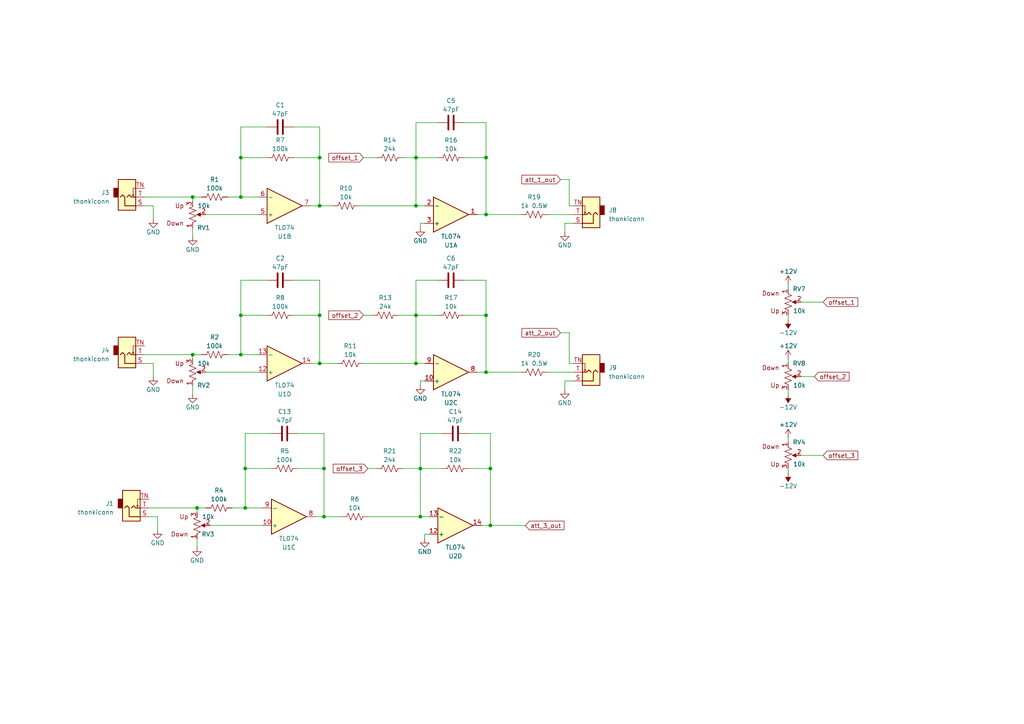
<source format=kicad_sch>
(kicad_sch (version 20230121) (generator eeschema)
  (paper "A4")
  (lib_symbols
    (symbol "power:+12V" (power) (pin_names (offset 0))
      (property "Value" "+12V" (at 0 3.556 0))
      (symbol "+12V_0_1"
        (polyline (pts (xy -0.762 1.27) (xy 0 2.54)))
        (polyline (pts (xy 0 0) (xy 0 2.54)))
        (polyline (pts (xy 0 2.54) (xy 0.762 1.27)))
      )
      (symbol "+12V_1_1"
        (pin power_in line (at 0 0 90) (length 0) hide (name "+12V") (number "1"))
      )
    )
    (symbol "power:-12V" (power) (pin_names (offset 0))
      (property "Value" "-12V" (at 0 3.81 0))
      (symbol "-12V_0_0"
        (pin power_in line (at 0 0 90) (length 0) hide (name "-12V") (number "1"))
      )
      (symbol "-12V_0_1"
        (polyline (pts (xy 0 0) (xy 0 1.27) (xy 0.762 1.27) (xy 0 2.54) (xy -0.762 1.27) (xy 0 1.27)) (fill (type outline)))
      )
    )
    (symbol "power:GND" (power) (pin_names (offset 0))
      (property "Value" "GND" (at 0 -3.81 0))
      (symbol "GND_0_1"
        (polyline (pts (xy 0 0) (xy 0 -1.27) (xy 1.27 -1.27) (xy 0 -2.54) (xy -1.27 -1.27) (xy 0 -1.27)))
      )
      (symbol "GND_1_1"
        (pin power_in line (at 0 0 270) (length 0) hide (name "GND") (number "1"))
      )
    )
    (symbol "synthesis:ALPHAPOT_10K" (pin_names (offset 1.016) hide)
      (property "Reference" "RV" (at 2.54 3.81 0))
      (property "Value" "10k" (at 2.54 -2.54 0))
      (symbol "ALPHAPOT_10K_0_1"
        (polyline (pts (xy 0 -2.286) (xy 0 -2.54)))
        (polyline (pts (xy 0 2.54) (xy 0 2.286)))
        (polyline (pts (xy 2.54 0) (xy 1.524 0)))
        (polyline (pts (xy 1.143 0) (xy 2.286 0.508) (xy 2.286 -0.508) (xy 1.143 0)) (fill (type outline)))
        (polyline (pts (xy 0 -0.762) (xy 1.016 -1.143) (xy 0 -1.524) (xy -1.016 -1.905) (xy 0 -2.286)))
        (polyline (pts (xy 0 0.762) (xy 1.016 0.381) (xy 0 0) (xy -1.016 -0.381) (xy 0 -0.762)))
        (polyline (pts (xy 0 2.286) (xy 1.016 1.905) (xy 0 1.524) (xy -1.016 1.143) (xy 0 0.762)))
      )
      (symbol "ALPHAPOT_10K_1_1"
        (text "Down" (at -5.08 2.54 0) (effects (font (size 1.27 1.27))))
        (text "Up" (at -3.81 -2.54 0) (effects (font (size 1.27 1.27))))
        (pin passive line (at 0 3.81 270) (length 1.27) (name "1") (number "1"))
        (pin passive line (at 3.81 0 180) (length 1.27) (name "2") (number "2"))
        (pin passive line (at 0 -3.81 90) (length 1.27) (name "3") (number "3"))
      )
    )
    (symbol "synthesis:CAP_47PF_0603_COG" (pin_numbers hide) (pin_names (offset 0.254))
      (property "Reference" "C" (at 0.635 2.54 0))
      (property "Value" "47pF" (at 0.635 -2.54 0))
      (symbol "CAP_47PF_0603_COG_0_1"
        (polyline (pts (xy -2.032 -0.762) (xy 2.032 -0.762)) (stroke (width 0.508)))
        (polyline (pts (xy -2.032 0.762) (xy 2.032 0.762)) (stroke (width 0.508)))
      )
      (symbol "CAP_47PF_0603_COG_1_1"
        (pin passive line (at 0 3.81 270) (length 2.794) (name "~") (number "1"))
        (pin passive line (at 0 -3.81 90) (length 2.794) (name "~") (number "2"))
      )
    )
    (symbol "synthesis:RES_100k_0603" (pin_numbers hide) (pin_names (offset 0))
      (property "Reference" "R" (at 2.54 0 90))
      (property "Value" "100k" (at -2.54 0 90))
      (symbol "RES_100k_0603_0_1"
        (polyline (pts (xy 0 -2.286) (xy 0 -2.54)))
        (polyline (pts (xy 0 2.286) (xy 0 2.54)))
        (polyline (pts (xy 0 -0.762) (xy 1.016 -1.143) (xy 0 -1.524) (xy -1.016 -1.905) (xy 0 -2.286)))
        (polyline (pts (xy 0 0.762) (xy 1.016 0.381) (xy 0 0) (xy -1.016 -0.381) (xy 0 -0.762)))
        (polyline (pts (xy 0 2.286) (xy 1.016 1.905) (xy 0 1.524) (xy -1.016 1.143) (xy 0 0.762)))
      )
      (symbol "RES_100k_0603_1_1"
        (pin passive line (at 0 3.81 270) (length 1.27) (name "~") (number "1"))
        (pin passive line (at 0 -3.81 90) (length 1.27) (name "~") (number "2"))
      )
    )
    (symbol "synthesis:RES_10K_0603" (pin_numbers hide) (pin_names (offset 0))
      (property "Reference" "R" (at 2.54 0 90))
      (property "Value" "10k" (at -2.54 0 90))
      (symbol "RES_10K_0603_0_1"
        (polyline (pts (xy 0 -2.286) (xy 0 -2.54)))
        (polyline (pts (xy 0 2.286) (xy 0 2.54)))
        (polyline (pts (xy 0 -0.762) (xy 1.016 -1.143) (xy 0 -1.524) (xy -1.016 -1.905) (xy 0 -2.286)))
        (polyline (pts (xy 0 0.762) (xy 1.016 0.381) (xy 0 0) (xy -1.016 -0.381) (xy 0 -0.762)))
        (polyline (pts (xy 0 2.286) (xy 1.016 1.905) (xy 0 1.524) (xy -1.016 1.143) (xy 0 0.762)))
      )
      (symbol "RES_10K_0603_1_1"
        (pin passive line (at 0 3.81 270) (length 1.27) (name "~") (number "1"))
        (pin passive line (at 0 -3.81 90) (length 1.27) (name "~") (number "2"))
      )
    )
    (symbol "synthesis:RES_1K_1210" (pin_numbers hide) (pin_names (offset 0))
      (property "Reference" "R" (at 2.54 0 90))
      (property "Value" "1k 0.5W" (at -2.54 0 90))
      (symbol "RES_1K_1210_0_1"
        (polyline (pts (xy 0 -2.286) (xy 0 -2.54)))
        (polyline (pts (xy 0 2.286) (xy 0 2.54)))
        (polyline (pts (xy 0 -0.762) (xy 1.016 -1.143) (xy 0 -1.524) (xy -1.016 -1.905) (xy 0 -2.286)))
        (polyline (pts (xy 0 0.762) (xy 1.016 0.381) (xy 0 0) (xy -1.016 -0.381) (xy 0 -0.762)))
        (polyline (pts (xy 0 2.286) (xy 1.016 1.905) (xy 0 1.524) (xy -1.016 1.143) (xy 0 0.762)))
      )
      (symbol "RES_1K_1210_1_1"
        (pin passive line (at 0 3.81 270) (length 1.27) (name "~") (number "1"))
        (pin passive line (at 0 -3.81 90) (length 1.27) (name "~") (number "2"))
      )
    )
    (symbol "synthesis:RES_24K_0603" (pin_numbers hide) (pin_names (offset 0))
      (property "Reference" "R" (at 2.54 0 90))
      (property "Value" "24k" (at -2.54 0 90))
      (symbol "RES_24K_0603_0_1"
        (polyline (pts (xy 0 -2.286) (xy 0 -2.54)))
        (polyline (pts (xy 0 2.286) (xy 0 2.54)))
        (polyline (pts (xy 0 -0.762) (xy 1.016 -1.143) (xy 0 -1.524) (xy -1.016 -1.905) (xy 0 -2.286)))
        (polyline (pts (xy 0 0.762) (xy 1.016 0.381) (xy 0 0) (xy -1.016 -0.381) (xy 0 -0.762)))
        (polyline (pts (xy 0 2.286) (xy 1.016 1.905) (xy 0 1.524) (xy -1.016 1.143) (xy 0 0.762)))
      )
      (symbol "RES_24K_0603_1_1"
        (pin passive line (at 0 3.81 270) (length 1.27) (name "~") (number "1"))
        (pin passive line (at 0 -3.81 90) (length 1.27) (name "~") (number "2"))
      )
    )
    (symbol "synthesis:TL074" (pin_names (offset 0.127))
      (property "Reference" "U" (at 0 5.08 0))
      (property "Value" "TL074" (at 0 -5.08 0))
      (symbol "TL074_1_1"
        (polyline (pts (xy -5.08 5.08) (xy 5.08 0) (xy -5.08 -5.08) (xy -5.08 5.08)) (stroke (width 0.254)) (fill (type background)))
        (pin output line (at 7.62 0 180) (length 2.54) (name "~") (number "1"))
        (pin input line (at -7.62 -2.54 0) (length 2.54) (name "-") (number "2"))
        (pin input line (at -7.62 2.54 0) (length 2.54) (name "+") (number "3"))
      )
      (symbol "TL074_2_1"
        (polyline (pts (xy -5.08 5.08) (xy 5.08 0) (xy -5.08 -5.08) (xy -5.08 5.08)) (stroke (width 0.254)) (fill (type background)))
        (pin input line (at -7.62 2.54 0) (length 2.54) (name "+") (number "5"))
        (pin input line (at -7.62 -2.54 0) (length 2.54) (name "-") (number "6"))
        (pin output line (at 7.62 0 180) (length 2.54) (name "~") (number "7"))
      )
      (symbol "TL074_3_1"
        (polyline (pts (xy -5.08 5.08) (xy 5.08 0) (xy -5.08 -5.08) (xy -5.08 5.08)) (stroke (width 0.254)) (fill (type background)))
        (pin input line (at -7.62 2.54 0) (length 2.54) (name "+") (number "10"))
        (pin output line (at 7.62 0 180) (length 2.54) (name "~") (number "8"))
        (pin input line (at -7.62 -2.54 0) (length 2.54) (name "-") (number "9"))
      )
      (symbol "TL074_4_1"
        (polyline (pts (xy -5.08 5.08) (xy 5.08 0) (xy -5.08 -5.08) (xy -5.08 5.08)) (stroke (width 0.254)) (fill (type background)))
        (pin input line (at -7.62 2.54 0) (length 2.54) (name "+") (number "12"))
        (pin input line (at -7.62 -2.54 0) (length 2.54) (name "-") (number "13"))
        (pin output line (at 7.62 0 180) (length 2.54) (name "~") (number "14"))
      )
      (symbol "TL074_5_1"
        (pin power_in line (at -2.54 -7.62 90) (length 3.81) (name "V-") (number "11"))
        (pin power_in line (at -2.54 7.62 270) (length 3.81) (name "V+") (number "4"))
      )
    )
    (symbol "synthesis:thonkiconn"
      (property "Reference" "J" (at 0 8.89 0))
      (property "Value" "thonkiconn" (at 0 6.35 0))
      (symbol "thonkiconn_0_1"
        (rectangle (start -2.54 0) (end -3.81 -2.54) (stroke (width 0.254)) (fill (type outline)))
        (rectangle (start -2.54 3.81) (end 2.54 -5.08) (stroke (width 0.254)) (fill (type background)))
        (polyline (pts (xy 1.778 -0.254) (xy 2.032 -0.762)))
        (polyline (pts (xy 0 0) (xy 0.635 -0.635) (xy 1.27 0) (xy 2.54 0)) (stroke (width 0.254)))
        (polyline (pts (xy 2.54 -2.54) (xy 1.778 -2.54) (xy 1.778 -0.254) (xy 1.524 -0.762)))
        (polyline (pts (xy 2.54 2.54) (xy -0.635 2.54) (xy -0.635 0) (xy -1.27 -0.635) (xy -1.905 0)) (stroke (width 0.254)))
      )
      (symbol "thonkiconn_1_1"
        (pin passive line (at 5.08 2.54 180) (length 2.54) (name "~") (number "S"))
        (pin passive line (at 5.08 0 180) (length 2.54) (name "~") (number "T"))
        (pin passive line (at 5.08 -2.54 180) (length 2.54) (name "~") (number "TN"))
      )
    )
  )
  (junction (at 140.97 91.44))
  (junction (at 93.98 149.86))
  (junction (at 69.85 91.44))
  (junction (at 121.92 149.86))
  (junction (at 57.15 147.32))
  (junction (at 92.71 105.41))
  (junction (at 71.12 135.89))
  (junction (at 92.71 59.69))
  (junction (at 55.88 102.87))
  (junction (at 93.98 135.89))
  (junction (at 69.85 57.15))
  (junction (at 121.92 135.89))
  (junction (at 69.85 102.87))
  (junction (at 120.65 45.72))
  (junction (at 120.65 59.69))
  (junction (at 140.97 107.95))
  (junction (at 140.97 45.72))
  (junction (at 92.71 91.44))
  (junction (at 92.71 45.72))
  (junction (at 71.12 147.32))
  (junction (at 142.24 135.89))
  (junction (at 69.85 45.72))
  (junction (at 55.88 57.15))
  (junction (at 120.65 91.44))
  (junction (at 120.65 105.41))
  (junction (at 142.24 152.4))
  (junction (at 140.97 62.23))
  (wire (pts (xy 140.97 91.44) (xy 140.97 107.95)))
  (wire (pts (xy 121.92 66.04) (xy 121.92 64.77)))
  (wire (pts (xy 71.12 135.89) (xy 78.74 135.89)))
  (wire (pts (xy 85.09 81.28) (xy 92.71 81.28)))
  (wire (pts (xy 69.85 36.83) (xy 69.85 45.72)))
  (wire (pts (xy 142.24 152.4) (xy 152.4 152.4)))
  (wire (pts (xy 92.71 45.72) (xy 92.71 59.69)))
  (wire (pts (xy 86.36 125.73) (xy 93.98 125.73)))
  (wire (pts (xy 41.91 102.87) (xy 55.88 102.87)))
  (wire (pts (xy 163.83 64.77) (xy 166.37 64.77)))
  (wire (pts (xy 105.41 45.72) (xy 109.22 45.72)))
  (wire (pts (xy 120.65 105.41) (xy 123.19 105.41)))
  (wire (pts (xy 140.97 107.95) (xy 151.13 107.95)))
  (wire (pts (xy 123.19 154.94) (xy 124.46 154.94)))
  (wire (pts (xy 71.12 147.32) (xy 76.2 147.32)))
  (wire (pts (xy 128.27 125.73) (xy 121.92 125.73)))
  (wire (pts (xy 165.1 52.07) (xy 165.1 59.69)))
  (wire (pts (xy 69.85 91.44) (xy 69.85 102.87)))
  (wire (pts (xy 120.65 91.44) (xy 120.65 105.41)))
  (wire (pts (xy 123.19 156.21) (xy 123.19 154.94)))
  (wire (pts (xy 121.92 135.89) (xy 121.92 149.86)))
  (wire (pts (xy 140.97 81.28) (xy 140.97 91.44)))
  (wire (pts (xy 43.18 149.86) (xy 45.72 149.86)))
  (wire (pts (xy 163.83 67.31) (xy 163.83 64.77)))
  (wire (pts (xy 92.71 36.83) (xy 92.71 45.72)))
  (wire (pts (xy 77.47 36.83) (xy 69.85 36.83)))
  (wire (pts (xy 92.71 81.28) (xy 92.71 91.44)))
  (wire (pts (xy 116.84 135.89) (xy 121.92 135.89)))
  (wire (pts (xy 228.6 113.03) (xy 228.6 114.3)))
  (wire (pts (xy 41.91 105.41) (xy 44.45 105.41)))
  (wire (pts (xy 92.71 91.44) (xy 92.71 105.41)))
  (wire (pts (xy 57.15 148.59) (xy 57.15 147.32)))
  (wire (pts (xy 93.98 149.86) (xy 99.06 149.86)))
  (wire (pts (xy 158.75 107.95) (xy 166.37 107.95)))
  (wire (pts (xy 60.96 152.4) (xy 76.2 152.4)))
  (wire (pts (xy 142.24 135.89) (xy 142.24 152.4)))
  (wire (pts (xy 228.6 127) (xy 228.6 128.27)))
  (wire (pts (xy 71.12 125.73) (xy 71.12 135.89)))
  (wire (pts (xy 105.41 105.41) (xy 120.65 105.41)))
  (wire (pts (xy 127 35.56) (xy 120.65 35.56)))
  (wire (pts (xy 228.6 135.89) (xy 228.6 137.16)))
  (wire (pts (xy 140.97 35.56) (xy 140.97 45.72)))
  (wire (pts (xy 45.72 149.86) (xy 45.72 153.67)))
  (wire (pts (xy 93.98 125.73) (xy 93.98 135.89)))
  (wire (pts (xy 57.15 156.21) (xy 57.15 158.75)))
  (wire (pts (xy 92.71 59.69) (xy 90.17 59.69)))
  (wire (pts (xy 121.92 149.86) (xy 124.46 149.86)))
  (wire (pts (xy 85.09 91.44) (xy 92.71 91.44)))
  (wire (pts (xy 121.92 110.49) (xy 123.19 110.49)))
  (wire (pts (xy 69.85 57.15) (xy 74.93 57.15)))
  (wire (pts (xy 228.6 91.44) (xy 228.6 92.71)))
  (wire (pts (xy 162.56 52.07) (xy 165.1 52.07)))
  (wire (pts (xy 120.65 91.44) (xy 127 91.44)))
  (wire (pts (xy 77.47 81.28) (xy 69.85 81.28)))
  (wire (pts (xy 57.15 147.32) (xy 59.69 147.32)))
  (wire (pts (xy 140.97 62.23) (xy 138.43 62.23)))
  (wire (pts (xy 55.88 66.04) (xy 55.88 68.58)))
  (wire (pts (xy 69.85 102.87) (xy 74.93 102.87)))
  (wire (pts (xy 55.88 102.87) (xy 58.42 102.87)))
  (wire (pts (xy 163.83 110.49) (xy 166.37 110.49)))
  (wire (pts (xy 106.68 149.86) (xy 121.92 149.86)))
  (wire (pts (xy 41.91 57.15) (xy 55.88 57.15)))
  (wire (pts (xy 67.31 147.32) (xy 71.12 147.32)))
  (wire (pts (xy 140.97 107.95) (xy 138.43 107.95)))
  (wire (pts (xy 121.92 110.49) (xy 121.92 111.76)))
  (wire (pts (xy 92.71 105.41) (xy 97.79 105.41)))
  (wire (pts (xy 232.41 109.22) (xy 236.22 109.22)))
  (wire (pts (xy 55.88 58.42) (xy 55.88 57.15)))
  (wire (pts (xy 140.97 62.23) (xy 151.13 62.23)))
  (wire (pts (xy 44.45 59.69) (xy 44.45 63.5)))
  (wire (pts (xy 120.65 35.56) (xy 120.65 45.72)))
  (wire (pts (xy 59.69 107.95) (xy 74.93 107.95)))
  (wire (pts (xy 121.92 135.89) (xy 128.27 135.89)))
  (wire (pts (xy 44.45 105.41) (xy 44.45 109.22)))
  (wire (pts (xy 121.92 64.77) (xy 123.19 64.77)))
  (wire (pts (xy 142.24 125.73) (xy 142.24 135.89)))
  (wire (pts (xy 69.85 91.44) (xy 77.47 91.44)))
  (wire (pts (xy 106.68 135.89) (xy 109.22 135.89)))
  (wire (pts (xy 158.75 62.23) (xy 166.37 62.23)))
  (wire (pts (xy 228.6 104.14) (xy 228.6 105.41)))
  (wire (pts (xy 228.6 82.55) (xy 228.6 83.82)))
  (wire (pts (xy 55.88 104.14) (xy 55.88 102.87)))
  (wire (pts (xy 78.74 125.73) (xy 71.12 125.73)))
  (wire (pts (xy 104.14 59.69) (xy 120.65 59.69)))
  (wire (pts (xy 163.83 113.03) (xy 163.83 110.49)))
  (wire (pts (xy 66.04 57.15) (xy 69.85 57.15)))
  (wire (pts (xy 105.41 91.44) (xy 107.95 91.44)))
  (wire (pts (xy 115.57 91.44) (xy 120.65 91.44)))
  (wire (pts (xy 93.98 149.86) (xy 91.44 149.86)))
  (wire (pts (xy 165.1 105.41) (xy 166.37 105.41)))
  (wire (pts (xy 66.04 102.87) (xy 69.85 102.87)))
  (wire (pts (xy 120.65 59.69) (xy 123.19 59.69)))
  (wire (pts (xy 120.65 45.72) (xy 120.65 59.69)))
  (wire (pts (xy 92.71 105.41) (xy 90.17 105.41)))
  (wire (pts (xy 93.98 135.89) (xy 93.98 149.86)))
  (wire (pts (xy 121.92 125.73) (xy 121.92 135.89)))
  (wire (pts (xy 116.84 45.72) (xy 120.65 45.72)))
  (wire (pts (xy 140.97 45.72) (xy 140.97 62.23)))
  (wire (pts (xy 41.91 59.69) (xy 44.45 59.69)))
  (wire (pts (xy 85.09 36.83) (xy 92.71 36.83)))
  (wire (pts (xy 43.18 147.32) (xy 57.15 147.32)))
  (wire (pts (xy 135.89 135.89) (xy 142.24 135.89)))
  (wire (pts (xy 55.88 57.15) (xy 58.42 57.15)))
  (wire (pts (xy 92.71 59.69) (xy 96.52 59.69)))
  (wire (pts (xy 69.85 45.72) (xy 77.47 45.72)))
  (wire (pts (xy 135.89 125.73) (xy 142.24 125.73)))
  (wire (pts (xy 120.65 45.72) (xy 127 45.72)))
  (wire (pts (xy 71.12 135.89) (xy 71.12 147.32)))
  (wire (pts (xy 86.36 135.89) (xy 93.98 135.89)))
  (wire (pts (xy 69.85 81.28) (xy 69.85 91.44)))
  (wire (pts (xy 55.88 111.76) (xy 55.88 114.3)))
  (wire (pts (xy 142.24 152.4) (xy 139.7 152.4)))
  (wire (pts (xy 134.62 81.28) (xy 140.97 81.28)))
  (wire (pts (xy 120.65 81.28) (xy 120.65 91.44)))
  (wire (pts (xy 134.62 45.72) (xy 140.97 45.72)))
  (wire (pts (xy 232.41 132.08) (xy 238.76 132.08)))
  (wire (pts (xy 232.41 87.63) (xy 238.76 87.63)))
  (wire (pts (xy 85.09 45.72) (xy 92.71 45.72)))
  (wire (pts (xy 59.69 62.23) (xy 74.93 62.23)))
  (wire (pts (xy 162.56 96.52) (xy 165.1 96.52)))
  (wire (pts (xy 134.62 91.44) (xy 140.97 91.44)))
  (wire (pts (xy 127 81.28) (xy 120.65 81.28)))
  (wire (pts (xy 134.62 35.56) (xy 140.97 35.56)))
  (wire (pts (xy 69.85 45.72) (xy 69.85 57.15)))
  (wire (pts (xy 165.1 59.69) (xy 166.37 59.69)))
  (wire (pts (xy 165.1 96.52) (xy 165.1 105.41)))
  (global_label "offset_2" (shape input) (at 105.41 91.44 180) (property "Intersheetrefs" "${INTERSHEET_REFS}" (effects hide)))
  (global_label "offset_3" (shape input) (at 106.68 135.89 180) (property "Intersheetrefs" "${INTERSHEET_REFS}" (effects hide)))
  (global_label "offset_2" (shape input) (at 236.22 109.22 0) (property "Intersheetrefs" "${INTERSHEET_REFS}" (effects hide)))
  (global_label "att_1_out" (shape input) (at 162.56 52.07 180) (property "Intersheetrefs" "${INTERSHEET_REFS}" (effects hide)))
  (global_label "offset_3" (shape input) (at 238.76 132.08 0) (property "Intersheetrefs" "${INTERSHEET_REFS}" (effects hide)))
  (global_label "offset_1" (shape input) (at 105.41 45.72 180) (property "Intersheetrefs" "${INTERSHEET_REFS}" (effects hide)))
  (global_label "att_2_out" (shape input) (at 162.56 96.52 180) (property "Intersheetrefs" "${INTERSHEET_REFS}" (effects hide)))
  (global_label "offset_1" (shape input) (at 238.76 87.63 0) (property "Intersheetrefs" "${INTERSHEET_REFS}" (effects hide)))
  (global_label "att_3_out" (shape input) (at 152.4 152.4 0) (property "Intersheetrefs" "${INTERSHEET_REFS}" (effects hide)))
  (symbol (lib_id "synthesis:RES_24K_0603") (at 113.03 45.72 90) (unit 1)
    (property "Reference" "R14" (at 113.03 40.64 90))
    (property "Value" "24k" (at 113.03 43.18 90))
    (property "Footprint" "Resistor_SMD:R_0603_1608Metric" (effects hide))
    (property "MFR" "YAGEO" (effects hide))
    (property "MPN" "RC0603FR-0724KL" (effects hide))
    (property "LCSC" " C137760" (effects hide))
    (instances (project "attenuverter_mixer" (path "" (reference "R14") (unit 1)) (path "" (reference "R11") (unit 1))))
  )
  (symbol (lib_id "synthesis:RES_10K_0603") (at 100.33 59.69 90) (unit 1)
    (property "Reference" "R10" (at 100.33 54.61 90))
    (property "Value" "10k" (at 100.33 57.15 90))
    (property "Footprint" "Resistor_SMD:R_0603_1608Metric" (effects hide))
    (property "MFR" "YAGEO" (effects hide))
    (property "MPN" "RC0603FR-0710KL" (effects hide))
    (property "LCSC" "C98220" (effects hide))
    (instances (project "attenuverter_mixer" (path "" (reference "R10") (unit 1)) (path "" (reference "R7") (unit 1))))
  )
  (symbol (lib_id "power:GND") (at 44.45 63.5 0) (unit 1)
    (property "Reference" "#PWR03" (effects hide))
    (property "Value" "GND" (at 44.45 67.31 0))
    (instances (project "attenuverter_mixer" (path "" (reference "#PWR03") (unit 1)) (path "" (reference "#PWR01") (unit 1))))
  )
  (symbol (lib_id "synthesis:thonkiconn") (at 171.45 62.23 180) (unit 1)
    (property "Reference" "J8" (at 176.53 60.96 0) (effects (justify right)))
    (property "Value" "thonkiconn" (at 176.53 63.5 0) (effects (justify right)))
    (property "Footprint" "synthesis:thonkiconn" (effects hide))
    (property "MFR" "QINGPU" (effects hide))
    (property "MPN" "WQP518MA" (effects hide))
    (instances (project "attenuverter_mixer" (path "" (reference "J8") (unit 1)) (path "" (reference "J4") (unit 1))))
  )
  (symbol (lib_id "synthesis:RES_24K_0603") (at 111.76 91.44 90) (unit 1)
    (property "Reference" "R13" (at 111.76 86.36 90))
    (property "Value" "24k" (at 111.76 88.9 90))
    (property "Footprint" "Resistor_SMD:R_0603_1608Metric" (effects hide))
    (property "MFR" "YAGEO" (effects hide))
    (property "MPN" "RC0603FR-0724KL" (effects hide))
    (property "LCSC" " C137760" (effects hide))
    (instances (project "attenuverter_mixer" (path "" (reference "R13") (unit 1)) (path "" (reference "R10") (unit 1))))
  )
  (symbol (lib_id "synthesis:RES_10K_0603") (at 132.08 135.89 90) (unit 1)
    (property "Reference" "R22" (at 132.08 130.81 90))
    (property "Value" "10k" (at 132.08 133.35 90))
    (property "Footprint" "Resistor_SMD:R_0603_1608Metric" (effects hide))
    (property "MFR" "YAGEO" (effects hide))
    (property "MPN" "RC0603FR-0710KL" (effects hide))
    (property "LCSC" "C98220" (effects hide))
    (instances (project "attenuverter_mixer" (path "" (reference "R22") (unit 1)) (path "" (reference "R15") (unit 1))))
  )
  (symbol (lib_id "synthesis:RES_100k_0603") (at 81.28 45.72 90) (unit 1)
    (property "Reference" "R7" (at 81.28 40.64 90))
    (property "Value" "100k" (at 81.28 43.18 90))
    (property "Footprint" "Resistor_SMD:R_0603_1608Metric" (effects hide))
    (property "MFR" "RC0603FR-07100KL" (effects hide))
    (property "MPN" "RC0603FR-07100KL" (effects hide))
    (property "LCSC" "C14675" (effects hide))
    (instances (project "attenuverter_mixer" (path "" (reference "R7") (unit 1)) (path "" (reference "R4") (unit 1))))
  )
  (symbol (lib_id "synthesis:RES_10K_0603") (at 130.81 91.44 90) (unit 1)
    (property "Reference" "R17" (at 130.81 86.36 90))
    (property "Value" "10k" (at 130.81 88.9 90))
    (property "Footprint" "Resistor_SMD:R_0603_1608Metric" (effects hide))
    (property "MFR" "YAGEO" (effects hide))
    (property "MPN" "RC0603FR-0710KL" (effects hide))
    (property "LCSC" "C98220" (effects hide))
    (instances (project "attenuverter_mixer" (path "" (reference "R17") (unit 1)) (path "" (reference "R14") (unit 1))))
  )
  (symbol (lib_id "power:GND") (at 55.88 68.58 0) (unit 1)
    (property "Reference" "#PWR07" (effects hide))
    (property "Value" "GND" (at 55.88 72.39 0))
    (instances (project "attenuverter_mixer" (path "" (reference "#PWR07") (unit 1)) (path "" (reference "#PWR04") (unit 1))))
  )
  (symbol (lib_id "synthesis:RES_100k_0603") (at 63.5 147.32 90) (unit 1)
    (property "Reference" "R4" (at 63.5 142.24 90))
    (property "Value" "100k" (at 63.5 144.78 90))
    (property "Footprint" "Resistor_SMD:R_0603_1608Metric" (effects hide))
    (property "MFR" "RC0603FR-07100KL" (effects hide))
    (property "MPN" "RC0603FR-07100KL" (effects hide))
    (property "LCSC" "C14675" (effects hide))
    (instances (project "attenuverter_mixer" (path "" (reference "R4") (unit 1)) (path "" (reference "R3") (unit 1))))
  )
  (symbol (lib_id "synthesis:ALPHAPOT_10K") (at 228.6 109.22 0) (unit 1)
    (property "Reference" "RV8" (at 233.68 105.41 0) (effects (justify right)))
    (property "Value" "10k" (at 233.68 111.76 0) (effects (justify right)))
    (property "Footprint" "Potentiometer_THT:Potentiometer_Alpha_RD901F-40-00D_Single_Vertical" (effects hide))
    (property "MFR" "ALPHA" (effects hide))
    (property "MPN" "RD901F-40-00D" (effects hide))
    (instances (project "attenuverter_mixer" (path "" (reference "RV8") (unit 1)) (path "" (reference "RV5") (unit 1))))
  )
  (symbol (lib_id "synthesis:RES_100k_0603") (at 62.23 57.15 90) (unit 1)
    (property "Reference" "R1" (at 62.23 52.07 90))
    (property "Value" "100k" (at 62.23 54.61 90))
    (property "Footprint" "Resistor_SMD:R_0603_1608Metric" (effects hide))
    (property "MFR" "RC0603FR-07100KL" (effects hide))
    (property "MPN" "RC0603FR-07100KL" (effects hide))
    (property "LCSC" "C14675" (effects hide))
  )
  (symbol (lib_id "synthesis:RES_100k_0603") (at 81.28 91.44 90) (unit 1)
    (property "Reference" "R8" (at 81.28 86.36 90))
    (property "Value" "100k" (at 81.28 88.9 90))
    (property "Footprint" "Resistor_SMD:R_0603_1608Metric" (effects hide))
    (property "MFR" "RC0603FR-07100KL" (effects hide))
    (property "MPN" "RC0603FR-07100KL" (effects hide))
    (property "LCSC" "C14675" (effects hide))
    (instances (project "attenuverter_mixer" (path "" (reference "R8") (unit 1)) (path "" (reference "R5") (unit 1))))
  )
  (symbol (lib_id "power:-12V") (at 228.6 137.16 180) (unit 1)
    (property "Reference" "#PWR011" (effects hide))
    (property "Value" "-12V" (at 228.6 140.97 0))
    (instances (project "attenuverter_mixer" (path "" (reference "#PWR011") (unit 1)) (path "" (reference "#PWR017") (unit 1))))
  )
  (symbol (lib_id "synthesis:CAP_47PF_0603_COG") (at 130.81 81.28 90) (unit 1)
    (property "Reference" "C6" (at 130.81 74.93 90))
    (property "Value" "47pF" (at 130.81 77.47 90))
    (property "Footprint" "Capacitor_SMD:C_0603_1608Metric" (effects hide))
    (property "MFR" "YAGEO" (effects hide))
    (property "MPN" "CC0603JRNPO9BN470" (effects hide))
    (property "LCSC" "C105622" (effects hide))
    (instances (project "attenuverter_mixer" (path "" (reference "C6") (unit 1)) (path "" (reference "C5") (unit 1))))
  )
  (symbol (lib_id "synthesis:thonkiconn") (at 36.83 102.87 0) (mirror x) (unit 1)
    (property "Reference" "J4" (at 31.75 101.6 0) (effects (justify right)))
    (property "Value" "thonkiconn" (at 31.75 104.14 0) (effects (justify right)))
    (property "Footprint" "synthesis:thonkiconn" (effects hide))
    (property "MFR" "QINGPU" (effects hide))
    (property "MPN" "WQP518MA" (effects hide))
    (instances (project "attenuverter_mixer" (path "" (reference "J4") (unit 1)) (path "" (reference "J2") (unit 1))))
  )
  (symbol (lib_id "synthesis:TL074") (at 132.08 152.4 0) (mirror x) (unit 4)
    (property "Reference" "U2" (at 132.08 161.29 0))
    (property "Value" "TL074" (at 132.08 158.75 0))
    (property "Footprint" "Package_SO:TSSOP-14_4.4x5mm_P0.65mm" (effects hide))
    (property "Datasheet" "http://www.ti.com/lit/ds/symlink/lm2902-n.pdf" (effects hide))
    (property "MFR" "TI" (effects hide))
    (property "MPN" "TL074CPWR" (effects hide))
    (property "LCSC" "C96507" (effects hide))
  )
  (symbol (lib_id "synthesis:RES_24K_0603") (at 113.03 135.89 90) (unit 1)
    (property "Reference" "R21" (at 113.03 130.81 90))
    (property "Value" "24k" (at 113.03 133.35 90))
    (property "Footprint" "Resistor_SMD:R_0603_1608Metric" (effects hide))
    (property "MFR" "YAGEO" (effects hide))
    (property "MPN" "RC0603FR-0724KL" (effects hide))
    (property "LCSC" " C137760" (effects hide))
    (instances (project "attenuverter_mixer" (path "" (reference "R21") (unit 1)) (path "" (reference "R12") (unit 1))))
  )
  (symbol (lib_id "synthesis:RES_10K_0603") (at 101.6 105.41 90) (unit 1)
    (property "Reference" "R11" (at 101.6 100.33 90))
    (property "Value" "10k" (at 101.6 102.87 90))
    (property "Footprint" "Resistor_SMD:R_0603_1608Metric" (effects hide))
    (property "MFR" "YAGEO" (effects hide))
    (property "MPN" "RC0603FR-0710KL" (effects hide))
    (property "LCSC" "C98220" (effects hide))
    (instances (project "attenuverter_mixer" (path "" (reference "R11") (unit 1)) (path "" (reference "R8") (unit 1))))
  )
  (symbol (lib_id "synthesis:TL074") (at 130.81 62.23 0) (mirror x) (unit 1)
    (property "Reference" "U1" (at 130.81 71.12 0))
    (property "Value" "TL074" (at 130.81 68.58 0))
    (property "Footprint" "Package_SO:TSSOP-14_4.4x5mm_P0.65mm" (effects hide))
    (property "Datasheet" "http://www.ti.com/lit/ds/symlink/lm2902-n.pdf" (effects hide))
    (property "MFR" "TI" (effects hide))
    (property "MPN" "TL074CPWR" (effects hide))
    (property "LCSC" "C96507" (effects hide))
  )
  (symbol (lib_id "power:GND") (at 45.72 153.67 0) (unit 1)
    (property "Reference" "#PWR01" (effects hide))
    (property "Value" "GND" (at 45.72 157.48 0))
    (instances (project "attenuverter_mixer" (path "" (reference "#PWR01") (unit 1)) (path "" (reference "#PWR03") (unit 1))))
  )
  (symbol (lib_id "synthesis:thonkiconn") (at 171.45 107.95 180) (unit 1)
    (property "Reference" "J9" (at 176.53 106.68 0) (effects (justify right)))
    (property "Value" "thonkiconn" (at 176.53 109.22 0) (effects (justify right)))
    (property "Footprint" "synthesis:thonkiconn" (effects hide))
    (property "MFR" "QINGPU" (effects hide))
    (property "MPN" "WQP518MA" (effects hide))
    (instances (project "attenuverter_mixer" (path "" (reference "J9") (unit 1)) (path "" (reference "J5") (unit 1))))
  )
  (symbol (lib_id "power:+12V") (at 228.6 127 0) (unit 1)
    (property "Reference" "#PWR010" (effects hide))
    (property "Value" "+12V" (at 228.6 123.19 0))
    (instances (project "attenuverter_mixer" (path "" (reference "#PWR010") (unit 1)) (path "" (reference "#PWR016") (unit 1))))
  )
  (symbol (lib_id "synthesis:thonkiconn") (at 38.1 147.32 0) (mirror x) (unit 1)
    (property "Reference" "J1" (at 33.02 146.05 0) (effects (justify right)))
    (property "Value" "thonkiconn" (at 33.02 148.59 0) (effects (justify right)))
    (property "Footprint" "synthesis:thonkiconn" (effects hide))
    (property "MFR" "QINGPU" (effects hide))
    (property "MPN" "WQP518MA" (effects hide))
    (instances (project "attenuverter_mixer" (path "" (reference "J1") (unit 1)) (path "" (reference "J3") (unit 1))))
  )
  (symbol (lib_id "power:+12V") (at 228.6 82.55 0) (unit 1)
    (property "Reference" "#PWR020" (effects hide))
    (property "Value" "+12V" (at 228.6 78.74 0))
    (instances (project "attenuverter_mixer" (path "" (reference "#PWR020") (unit 1)) (path "" (reference "#PWR012") (unit 1))))
  )
  (symbol (lib_id "power:GND") (at 55.88 114.3 0) (unit 1)
    (property "Reference" "#PWR06" (effects hide))
    (property "Value" "GND" (at 55.88 118.11 0))
    (instances (project "attenuverter_mixer" (path "" (reference "#PWR06") (unit 1)) (path "" (reference "#PWR05") (unit 1))))
  )
  (symbol (lib_id "synthesis:RES_1K_1210") (at 154.94 107.95 90) (unit 1)
    (property "Reference" "R20" (at 154.94 102.87 90))
    (property "Value" "1k 0.5W" (at 154.94 105.41 90))
    (property "Footprint" "Resistor_SMD:R_1210_3225Metric" (effects hide))
    (property "MFR" "YAGEO" (effects hide))
    (property "MPN" "RC1210FR-071KL" (effects hide))
    (property "LCSC" "C83144" (effects hide))
    (instances (project "attenuverter_mixer" (path "" (reference "R20") (unit 1)) (path "" (reference "R17") (unit 1))))
  )
  (symbol (lib_id "power:-12V") (at 228.6 92.71 180) (unit 1)
    (property "Reference" "#PWR021" (effects hide))
    (property "Value" "-12V" (at 228.6 96.52 0))
    (instances (project "attenuverter_mixer" (path "" (reference "#PWR021") (unit 1)) (path "" (reference "#PWR013") (unit 1))))
  )
  (symbol (lib_id "synthesis:TL074") (at 83.82 149.86 0) (mirror x) (unit 3)
    (property "Reference" "U1" (at 83.82 158.75 0))
    (property "Value" "TL074" (at 83.82 156.21 0))
    (property "Footprint" "Package_SO:TSSOP-14_4.4x5mm_P0.65mm" (effects hide))
    (property "Datasheet" "http://www.ti.com/lit/ds/symlink/lm2902-n.pdf" (effects hide))
    (property "MFR" "TI" (effects hide))
    (property "MPN" "TL074CPWR" (effects hide))
    (property "LCSC" "C96507" (effects hide))
    (instances (project "attenuverter_mixer" (path "" (reference "U1") (unit 3)) (path "" (reference "U2") (unit 3))))
  )
  (symbol (lib_id "synthesis:RES_100k_0603") (at 62.23 102.87 90) (unit 1)
    (property "Reference" "R2" (at 62.23 97.79 90))
    (property "Value" "100k" (at 62.23 100.33 90))
    (property "Footprint" "Resistor_SMD:R_0603_1608Metric" (effects hide))
    (property "MFR" "RC0603FR-07100KL" (effects hide))
    (property "MPN" "RC0603FR-07100KL" (effects hide))
    (property "LCSC" "C14675" (effects hide))
  )
  (symbol (lib_id "synthesis:TL074") (at 82.55 105.41 0) (mirror x) (unit 4)
    (property "Reference" "U1" (at 82.55 114.3 0))
    (property "Value" "TL074" (at 82.55 111.76 0))
    (property "Footprint" "Package_SO:TSSOP-14_4.4x5mm_P0.65mm" (effects hide))
    (property "Datasheet" "http://www.ti.com/lit/ds/symlink/lm2902-n.pdf" (effects hide))
    (property "MFR" "TI" (effects hide))
    (property "MPN" "TL074CPWR" (effects hide))
    (property "LCSC" "C96507" (effects hide))
  )
  (symbol (lib_id "synthesis:thonkiconn") (at 36.83 57.15 0) (mirror x) (unit 1)
    (property "Reference" "J3" (at 31.75 55.88 0) (effects (justify right)))
    (property "Value" "thonkiconn" (at 31.75 58.42 0) (effects (justify right)))
    (property "Footprint" "synthesis:thonkiconn" (effects hide))
    (property "MFR" "QINGPU" (effects hide))
    (property "MPN" "WQP518MA" (effects hide))
    (instances (project "attenuverter_mixer" (path "" (reference "J3") (unit 1)) (path "" (reference "J1") (unit 1))))
  )
  (symbol (lib_id "power:GND") (at 123.19 156.21 0) (unit 1)
    (property "Reference" "#PWR02" (effects hide))
    (property "Value" "GND" (at 123.19 160.02 0))
    (instances (project "attenuverter_mixer" (path "" (reference "#PWR02") (unit 1)) (path "" (reference "#PWR09") (unit 1))))
  )
  (symbol (lib_id "power:GND") (at 163.83 67.31 0) (unit 1)
    (property "Reference" "#PWR018" (effects hide))
    (property "Value" "GND" (at 163.83 71.12 0))
    (instances (project "attenuverter_mixer" (path "" (reference "#PWR018") (unit 1)) (path "" (reference "#PWR010") (unit 1))))
  )
  (symbol (lib_id "synthesis:CAP_47PF_0603_COG") (at 132.08 125.73 90) (unit 1)
    (property "Reference" "C14" (at 132.08 119.38 90))
    (property "Value" "47pF" (at 132.08 121.92 90))
    (property "Footprint" "Capacitor_SMD:C_0603_1608Metric" (effects hide))
    (property "MFR" "YAGEO" (effects hide))
    (property "MPN" "CC0603JRNPO9BN470" (effects hide))
    (property "LCSC" "C105622" (effects hide))
    (instances (project "attenuverter_mixer" (path "" (reference "C14") (unit 1)) (path "" (reference "C6") (unit 1))))
  )
  (symbol (lib_id "power:GND") (at 121.92 111.76 0) (unit 1)
    (property "Reference" "#PWR016" (effects hide))
    (property "Value" "GND" (at 121.92 115.57 0))
    (instances (project "attenuverter_mixer" (path "" (reference "#PWR016") (unit 1)) (path "" (reference "#PWR08") (unit 1))))
  )
  (symbol (lib_id "synthesis:RES_10K_0603") (at 130.81 45.72 90) (unit 1)
    (property "Reference" "R16" (at 130.81 40.64 90))
    (property "Value" "10k" (at 130.81 43.18 90))
    (property "Footprint" "Resistor_SMD:R_0603_1608Metric" (effects hide))
    (property "MFR" "YAGEO" (effects hide))
    (property "MPN" "RC0603FR-0710KL" (effects hide))
    (property "LCSC" "C98220" (effects hide))
    (instances (project "attenuverter_mixer" (path "" (reference "R16") (unit 1)) (path "" (reference "R13") (unit 1))))
  )
  (symbol (lib_id "power:-12V") (at 228.6 114.3 180) (unit 1)
    (property "Reference" "#PWR027" (effects hide))
    (property "Value" "-12V" (at 228.6 118.11 0))
    (instances (project "attenuverter_mixer" (path "" (reference "#PWR027") (unit 1)) (path "" (reference "#PWR015") (unit 1))))
  )
  (symbol (lib_id "synthesis:RES_100k_0603") (at 82.55 135.89 90) (unit 1)
    (property "Reference" "R5" (at 82.55 130.81 90))
    (property "Value" "100k" (at 82.55 133.35 90))
    (property "Footprint" "Resistor_SMD:R_0603_1608Metric" (effects hide))
    (property "MFR" "RC0603FR-07100KL" (effects hide))
    (property "MPN" "RC0603FR-07100KL" (effects hide))
    (property "LCSC" "C14675" (effects hide))
    (instances (project "attenuverter_mixer" (path "" (reference "R5") (unit 1)) (path "" (reference "R6") (unit 1))))
  )
  (symbol (lib_id "synthesis:ALPHAPOT_10K") (at 57.15 152.4 0) (mirror x) (unit 1)
    (property "Reference" "RV3" (at 62.23 154.94 0) (effects (justify right)))
    (property "Value" "10k" (at 62.23 149.86 0) (effects (justify right)))
    (property "Footprint" "Potentiometer_THT:Potentiometer_Alpha_RD901F-40-00D_Single_Vertical" (effects hide))
    (property "MFR" "ALPHA" (effects hide))
    (property "MPN" "RD901F-40-00D" (effects hide))
  )
  (symbol (lib_id "synthesis:CAP_47PF_0603_COG") (at 130.81 35.56 90) (unit 1)
    (property "Reference" "C5" (at 130.81 29.21 90))
    (property "Value" "47pF" (at 130.81 31.75 90))
    (property "Footprint" "Capacitor_SMD:C_0603_1608Metric" (effects hide))
    (property "MFR" "YAGEO" (effects hide))
    (property "MPN" "CC0603JRNPO9BN470" (effects hide))
    (property "LCSC" "C105622" (effects hide))
    (instances (project "attenuverter_mixer" (path "" (reference "C5") (unit 1)) (path "" (reference "C4") (unit 1))))
  )
  (symbol (lib_id "power:GND") (at 163.83 113.03 0) (unit 1)
    (property "Reference" "#PWR019" (effects hide))
    (property "Value" "GND" (at 163.83 116.84 0))
    (instances (project "attenuverter_mixer" (path "" (reference "#PWR019") (unit 1)) (path "" (reference "#PWR011") (unit 1))))
  )
  (symbol (lib_id "power:GND") (at 57.15 158.75 0) (unit 1)
    (property "Reference" "#PWR08" (effects hide))
    (property "Value" "GND" (at 57.15 162.56 0))
    (instances (project "attenuverter_mixer" (path "" (reference "#PWR08") (unit 1)) (path "" (reference "#PWR06") (unit 1))))
  )
  (symbol (lib_id "synthesis:CAP_47PF_0603_COG") (at 81.28 36.83 90) (unit 1)
    (property "Reference" "C1" (at 81.28 30.48 90))
    (property "Value" "47pF" (at 81.28 33.02 90))
    (property "Footprint" "Capacitor_SMD:C_0603_1608Metric" (effects hide))
    (property "MFR" "YAGEO" (effects hide))
    (property "MPN" "CC0603JRNPO9BN470" (effects hide))
    (property "LCSC" "C105622" (effects hide))
  )
  (symbol (lib_id "power:GND") (at 121.92 66.04 0) (unit 1)
    (property "Reference" "#PWR015" (effects hide))
    (property "Value" "GND" (at 121.92 69.85 0))
    (instances (project "attenuverter_mixer" (path "" (reference "#PWR015") (unit 1)) (path "" (reference "#PWR07") (unit 1))))
  )
  (symbol (lib_id "synthesis:RES_1K_1210") (at 154.94 62.23 90) (unit 1)
    (property "Reference" "R19" (at 154.94 57.15 90))
    (property "Value" "1k 0.5W" (at 154.94 59.69 90))
    (property "Footprint" "Resistor_SMD:R_1210_3225Metric" (effects hide))
    (property "MFR" "YAGEO" (effects hide))
    (property "MPN" "RC1210FR-071KL" (effects hide))
    (property "LCSC" "C83144" (effects hide))
    (instances (project "attenuverter_mixer" (path "" (reference "R19") (unit 1)) (path "" (reference "R16") (unit 1))))
  )
  (symbol (lib_id "synthesis:CAP_47PF_0603_COG") (at 81.28 81.28 90) (unit 1)
    (property "Reference" "C2" (at 81.28 74.93 90))
    (property "Value" "47pF" (at 81.28 77.47 90))
    (property "Footprint" "Capacitor_SMD:C_0603_1608Metric" (effects hide))
    (property "MFR" "YAGEO" (effects hide))
    (property "MPN" "CC0603JRNPO9BN470" (effects hide))
    (property "LCSC" "C105622" (effects hide))
  )
  (symbol (lib_id "synthesis:TL074") (at 130.81 107.95 0) (mirror x) (unit 3)
    (property "Reference" "U2" (at 130.81 116.84 0))
    (property "Value" "TL074" (at 130.81 114.3 0))
    (property "Footprint" "Package_SO:TSSOP-14_4.4x5mm_P0.65mm" (effects hide))
    (property "Datasheet" "http://www.ti.com/lit/ds/symlink/lm2902-n.pdf" (effects hide))
    (property "MFR" "TI" (effects hide))
    (property "MPN" "TL074CPWR" (effects hide))
    (property "LCSC" "C96507" (effects hide))
    (instances (project "attenuverter_mixer" (path "" (reference "U2") (unit 3)) (path "" (reference "U1") (unit 3))))
  )
  (symbol (lib_id "synthesis:ALPHAPOT_10K") (at 228.6 132.08 0) (unit 1)
    (property "Reference" "RV4" (at 233.68 128.27 0) (effects (justify right)))
    (property "Value" "10k" (at 233.68 134.62 0) (effects (justify right)))
    (property "Footprint" "Potentiometer_THT:Potentiometer_Alpha_RD901F-40-00D_Single_Vertical" (effects hide))
    (property "MFR" "ALPHA" (effects hide))
    (property "MPN" "RD901F-40-00D" (effects hide))
    (instances (project "attenuverter_mixer" (path "" (reference "RV4") (unit 1)) (path "" (reference "RV6") (unit 1))))
  )
  (symbol (lib_id "synthesis:ALPHAPOT_10K") (at 55.88 107.95 0) (mirror x) (unit 1)
    (property "Reference" "RV2" (at 60.96 111.76 0) (effects (justify right)))
    (property "Value" "10k" (at 60.96 105.41 0) (effects (justify right)))
    (property "Footprint" "Potentiometer_THT:Potentiometer_Alpha_RD901F-40-00D_Single_Vertical" (effects hide))
    (property "MFR" "ALPHA" (effects hide))
    (property "MPN" "RD901F-40-00D" (effects hide))
  )
  (symbol (lib_id "synthesis:RES_10K_0603") (at 102.87 149.86 90) (unit 1)
    (property "Reference" "R6" (at 102.87 144.78 90))
    (property "Value" "10k" (at 102.87 147.32 90))
    (property "Footprint" "Resistor_SMD:R_0603_1608Metric" (effects hide))
    (property "MFR" "YAGEO" (effects hide))
    (property "MPN" "RC0603FR-0710KL" (effects hide))
    (property "LCSC" "C98220" (effects hide))
    (instances (project "attenuverter_mixer" (path "" (reference "R6") (unit 1)) (path "" (reference "R9") (unit 1))))
  )
  (symbol (lib_id "power:GND") (at 44.45 109.22 0) (unit 1)
    (property "Reference" "#PWR04" (effects hide))
    (property "Value" "GND" (at 44.45 113.03 0))
    (instances (project "attenuverter_mixer" (path "" (reference "#PWR04") (unit 1)) (path "" (reference "#PWR02") (unit 1))))
  )
  (symbol (lib_id "synthesis:TL074") (at 82.55 59.69 0) (mirror x) (unit 2)
    (property "Reference" "U1" (at 82.55 68.58 0))
    (property "Value" "TL074" (at 82.55 66.04 0))
    (property "Footprint" "Package_SO:TSSOP-14_4.4x5mm_P0.65mm" (effects hide))
    (property "Datasheet" "http://www.ti.com/lit/ds/symlink/lm2902-n.pdf" (effects hide))
    (property "MFR" "TI" (effects hide))
    (property "MPN" "TL074CPWR" (effects hide))
    (property "LCSC" "C96507" (effects hide))
  )
  (symbol (lib_id "synthesis:ALPHAPOT_10K") (at 228.6 87.63 0) (unit 1)
    (property "Reference" "RV7" (at 233.68 83.82 0) (effects (justify right)))
    (property "Value" "10k" (at 233.68 90.17 0) (effects (justify right)))
    (property "Footprint" "Potentiometer_THT:Potentiometer_Alpha_RD901F-40-00D_Single_Vertical" (effects hide))
    (property "MFR" "ALPHA" (effects hide))
    (property "MPN" "RD901F-40-00D" (effects hide))
    (instances (project "attenuverter_mixer" (path "" (reference "RV7") (unit 1)) (path "" (reference "RV4") (unit 1))))
  )
  (symbol (lib_id "synthesis:CAP_47PF_0603_COG") (at 82.55 125.73 90) (unit 1)
    (property "Reference" "C13" (at 82.55 119.38 90))
    (property "Value" "47pF" (at 82.55 121.92 90))
    (property "Footprint" "Capacitor_SMD:C_0603_1608Metric" (effects hide))
    (property "MFR" "YAGEO" (effects hide))
    (property "MPN" "CC0603JRNPO9BN470" (effects hide))
    (property "LCSC" "C105622" (effects hide))
    (instances (project "attenuverter_mixer" (path "" (reference "C13") (unit 1)) (path "" (reference "C3") (unit 1))))
  )
  (symbol (lib_id "power:+12V") (at 228.6 104.14 0) (unit 1)
    (property "Reference" "#PWR026" (effects hide))
    (property "Value" "+12V" (at 228.6 100.33 0))
    (instances (project "attenuverter_mixer" (path "" (reference "#PWR026") (unit 1)) (path "" (reference "#PWR014") (unit 1))))
  )
  (symbol (lib_id "synthesis:ALPHAPOT_10K") (at 55.88 62.23 0) (mirror x) (unit 1)
    (property "Reference" "RV1" (at 60.96 66.04 0) (effects (justify right)))
    (property "Value" "10k" (at 60.96 59.69 0) (effects (justify right)))
    (property "Footprint" "Potentiometer_THT:Potentiometer_Alpha_RD901F-40-00D_Single_Vertical" (effects hide))
    (property "MFR" "ALPHA" (effects hide))
    (property "MPN" "RD901F-40-00D" (effects hide))
  )
)
</source>
